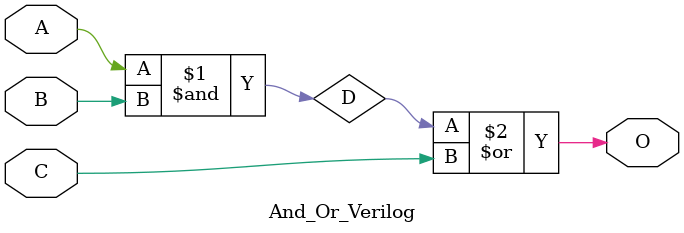
<source format=v>

`timescale 1ns / 1ps

module And_Or_Verilog(
    input wire A,
    input wire B,
    input wire C,
    output wire O
    );
    
wire D;

assign D = A & B;
assign O = D | C;

endmodule
</source>
